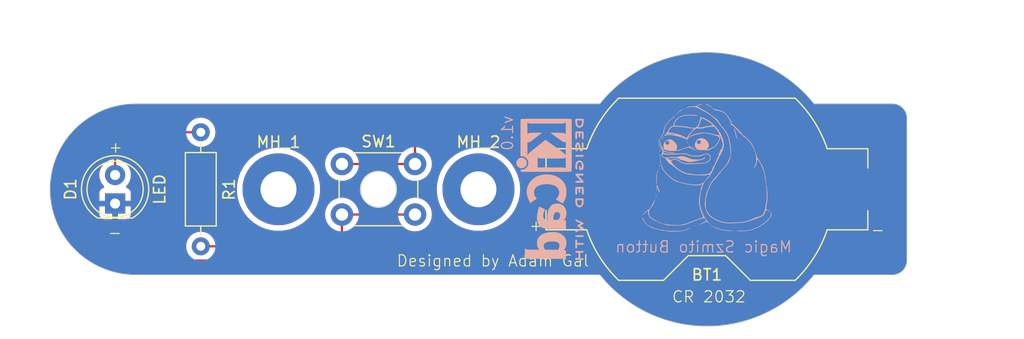
<source format=kicad_pcb>
(kicad_pcb (version 20221018) (generator pcbnew)
  (title_block (title "Led Torch") (date "2023-02-25") (rev "0.1") (company "Adam Gal"))
  (layers (0 "F.Cu" signal) (31 "B.Cu" signal) (34 "B.Paste" user) (35 "F.Paste" user) (36 "B.SilkS" user "B.Silkscreen") (37 "F.SilkS" user "F.Silkscreen") (38 "B.Mask" user) (39 "F.Mask" user) (44 "Edge.Cuts" user))
  (net 0 "")
  (net 1 "/bat_pos")
  (net 2 "/LED_Cathode")
  (net 3 "/LED_Anode")
  (net 4 "Net-(SW1A-B)")
  (footprint "MountingHole:MountingHole_3.2mm_M3_Pad" (layer "F.Cu") (at 123.19 146.05)
    (fp_text reference "MH_1" (at 0 -4.2) (layer "F.SilkS"))
    (fp_text value "MountingHole_3.2mm_M3_Pad" hide)
    (pad "1" thru_hole circle (at 0 0) (size 6.4 6.4) (drill 3.2) (layers "*.Cu" "*.Mask"))
  )
  (footprint "MountingHole:MountingHole_3.2mm_M3_Pad" (layer "F.Cu") (at 140.97 146.05)
    (fp_text reference "MH_2" (at 0 -4.2) (layer "F.SilkS"))
    (fp_text value "MountingHole_3.2mm_M3_Pad" hide)
    (pad "1" thru_hole circle (at 0 0) (size 6.4 6.4) (drill 3.2) (layers "*.Cu" "*.Mask"))
  )
  (footprint "Button_Switch_THT:SW_PUSH_6mm" (layer "F.Cu") (at 128.83 143.8)
    (fp_text reference "SW1" (at 3.25 -2) (layer "F.SilkS"))
    (fp_text value "SW_DPST_x2")
    (pad "1" thru_hole circle (at 0 0 90) (size 2 2) (drill 1.1) (layers "*.Cu" "*.Mask") (net 1 "/bat_pos"))
    (pad "1" thru_hole circle (at 6.5 0 90) (size 2 2) (drill 1.1) (layers "*.Cu" "*.Mask") (net 1 "/bat_pos"))
    (pad "2" thru_hole circle (at 0 4.5 90) (size 2 2) (drill 1.1) (layers "*.Cu" "*.Mask") (net 4 "Net-(SW1A-B)"))
    (pad "2" thru_hole circle (at 6.5 4.5 90) (size 2 2) (drill 1.1) (layers "*.Cu" "*.Mask") (net 4 "Net-(SW1A-B)"))
  )
  (footprint "Battery:BatteryHolder_Keystone_1058_1x2032" (layer "F.Cu") (at 161.29 146.05)
    (fp_text reference "BT1" (at 0 7.62) (layer "F.SilkS"))
    (fp_text value "Battery_Cell")
    (pad "1" smd rect (at -14.68 0) (size 2.54 3.51) (layers "F.Cu" "F.Paste" "F.Mask") (net 1 "/bat_pos"))
    (pad "2" smd rect (at 14.68 0) (size 2.54 3.51) (layers "F.Cu" "F.Paste" "F.Mask") (net 2 "/LED_Cathode"))
  )
  (footprint "LED_THT:LED_D5.0mm" (layer "F.Cu") (at 108.66 147.32 90)
    (fp_text reference "D1" (at 1.27 -3.96 90) (layer "F.SilkS"))
    (fp_text value "LED" (at 1.27 3.96 90) (layer "F.SilkS"))
    (pad "1" thru_hole rect (at 0 0 90) (size 1.8 1.8) (drill 0.9) (layers "*.Cu" "*.Mask") (net 2 "/LED_Cathode"))
    (pad "2" thru_hole circle (at 2.54 0 90) (size 1.8 1.8) (drill 0.9) (layers "*.Cu" "*.Mask") (net 3 "/LED_Anode"))
  )
  (footprint "Resistor_THT:R_Axial_DIN0207_L6.3mm_D2.5mm_P10.16mm_Horizontal" (layer "F.Cu") (at 116.28 151.13 90)
    (fp_text reference "R1" (at 5.05763 2.516405 90) (layer "F.SilkS"))
    (fp_text value "R")
    (pad "1" thru_hole circle (at 0 0 90) (size 1.6 1.6) (drill 0.8) (layers "*.Cu" "*.Mask") (net 4 "Net-(SW1A-B)"))
    (pad "2" thru_hole oval (at 10.16 0 90) (size 1.6 1.6) (drill 0.8) (layers "*.Cu" "*.Mask") (net 3 "/LED_Anode"))
  )
  (footprint "LOGO" (layer "B.Cu") (at 161.29 144.145 180)
    (fp_text reference "G***" hide)
    (fp_text value "LOGO" hide)
  )
  (footprint "Symbol:KiCad-Logo2_5mm_SilkScreen" (layer "B.Cu") (at 147.32 146.05 -90)
    (fp_text reference "REF**" hide)
    (fp_text value "KiCad-Logo2_5mm_SilkScreen" hide)
  )
  (gr_circle (center 132.08 146.05) (end 133.68 146.05) (stroke (width 0.1)) (fill none) (layer "Edge.Cuts"))
  (gr_line (start 179.07 152.4) (end 179.07 139.7) (stroke (width 0.05)) (layer "Edge.Cuts"))
  (gr_line (start 170.814999 153.67) (end 177.8 153.67) (stroke (width 0.05)) (layer "Edge.Cuts"))
  (gr_arc (start 177.8 138.43) (mid 178.698026 138.801974) (end 179.07 139.7) (stroke (width 0.05)) (layer "Edge.Cuts"))
  (gr_arc (start 170.814999 153.67) (mid 161.29 158.247951) (end 151.765001 153.67) (stroke (width 0.05)) (layer "Edge.Cuts"))
  (gr_arc (start 151.765001 138.43) (mid 161.29 133.852049) (end 170.814999 138.43) (stroke (width 0.05)) (layer "Edge.Cuts"))
  (gr_line (start 151.765001 153.67) (end 110.49 153.67) (stroke (width 0.05)) (layer "Edge.Cuts"))
  (gr_arc (start 179.07 152.4) (mid 178.698026 153.298026) (end 177.8 153.67) (stroke (width 0.05)) (layer "Edge.Cuts"))
  (gr_line (start 170.814999 138.43) (end 177.8 138.43) (stroke (width 0.05)) (layer "Edge.Cuts"))
  (gr_arc (start 110.49 153.67) (mid 102.87 146.05) (end 110.49 138.43) (stroke (width 0.05)) (layer "Edge.Cuts"))
  (gr_line (start 110.49 138.43) (end 151.765001 138.43) (stroke (width 0.05)) (layer "Edge.Cuts"))
  (gr_text "Magic Szmito Button" (at 168.91 151.765) (layer "B.SilkS") (effects (font (size 1 1) (thickness 0.1)) (justify left bottom mirror)))
  (gr_text "v1.0" (at 144.132916 139.417735 90) (layer "B.SilkS") (effects (font (size 1 1) (thickness 0.1)) (justify left bottom mirror)))
  (gr_text "-" (at 107.95 150.495) (layer "F.SilkS") (effects (font (size 1 1) (thickness 0.1)) (justify left bottom)))
  (gr_text "CR 2032" (at 158.115 156.21) (layer "F.SilkS") (effects (font (size 1 1) (thickness 0.1)) (justify left bottom)))
  (gr_text "+" (at 108.026923 142.875) (layer "F.SilkS") (effects (font (size 1 1) (thickness 0.1)) (justify left bottom)))
  (gr_text "-" (at 177.165 149.225 180) (layer "F.SilkS") (effects (font (size 1 1) (thickness 0.1)) (justify left bottom)))
  (gr_text "+" (at 145.415 149.86) (layer "F.SilkS") (effects (font (size 1 1) (thickness 0.1)) (justify left bottom)))
  (gr_text "Designed by Adam Gal" (at 133.635886 153.007617) (layer "F.SilkS") (effects (font (size 1 1) (thickness 0.1)) (justify left bottom)))
  (segment (start 135.33 143.8) (end 135.33 141.53) (width 0.2) (layer "F.Cu") (net 1))
  (segment (start 135.89 140.97) (end 144.78 140.97) (width 0.2) (layer "F.Cu") (net 1))
  (segment (start 146.61 142.8) (end 146.61 146.05) (width 0.2) (layer "F.Cu") (net 1))
  (segment (start 144.78 140.97) (end 146.61 142.8) (width 0.2) (layer "F.Cu") (net 1))
  (segment (start 135.33 141.53) (end 135.89 140.97) (width 0.2) (layer "F.Cu") (net 1))
  (segment (start 128.83 143.8) (end 135.33 143.8) (width 0.2) (layer "F.Cu") (net 1))
  (segment (start 175.97 151.69) (end 175.26 152.4) (width 0.2) (layer "F.Cu") (net 2))
  (segment (start 113.03 152.4) (end 110.49 152.4) (width 0.2) (layer "F.Cu") (net 2))
  (segment (start 175.26 152.4) (end 113.03 152.4) (width 0.2) (layer "F.Cu") (net 2))
  (segment (start 108.66 150.57) (end 108.66 147.32) (width 0.2) (layer "F.Cu") (net 2))
  (segment (start 110.49 152.4) (end 108.66 150.57) (width 0.2) (layer "F.Cu") (net 2))
  (segment (start 175.97 146.05) (end 175.97 151.69) (width 0.2) (layer "F.Cu") (net 2))
  (segment (start 108.66 144.78) (end 108.66 141.53) (width 0.2) (layer "F.Cu") (net 3))
  (segment (start 113.665 140.97) (end 116.28 140.97) (width 0.2) (layer "F.Cu") (net 3))
  (segment (start 109.22 140.97) (end 113.665 140.97) (width 0.2) (layer "F.Cu") (net 3))
  (segment (start 108.66 141.53) (end 109.22 140.97) (width 0.2) (layer "F.Cu") (net 3))
  (segment (start 116.28 151.13) (end 128.27 151.13) (width 0.2) (layer "F.Cu") (net 4))
  (segment (start 128.83 148.3) (end 135.33 148.3) (width 0.2) (layer "F.Cu") (net 4))
  (segment (start 128.27 151.13) (end 128.83 150.57) (width 0.2) (layer "F.Cu") (net 4))
  (segment (start 128.83 150.57) (end 128.83 148.3) (width 0.2) (layer "F.Cu") (net 4))
  (zone (net 2) (net_name "/LED_Cathode") (layer "F.Cu") (priority 1) (connect_pads (clearance 0.5)) (min_thickness 0.25) (fill yes (thermal_gap 0.5) (thermal_bridge_width 0.5))
    (polygon (pts (xy 180.34 159.385) (xy 180.34 131.445) (xy 98.425 131.445) (xy 98.425 159.385)))
  )
  (zone (net 2) (net_name "/LED_Cathode") (layer "B.Cu") (priority 1) (connect_pads (clearance 0.5)) (min_thickness 0.25) (fill yes (thermal_gap 0.5) (thermal_bridge_width 0.5))
    (polygon (pts (xy 98.425 159.385) (xy 98.425 131.445) (xy 180.34 131.445) (xy 180.34 159.385)))
  )
)
</source>
